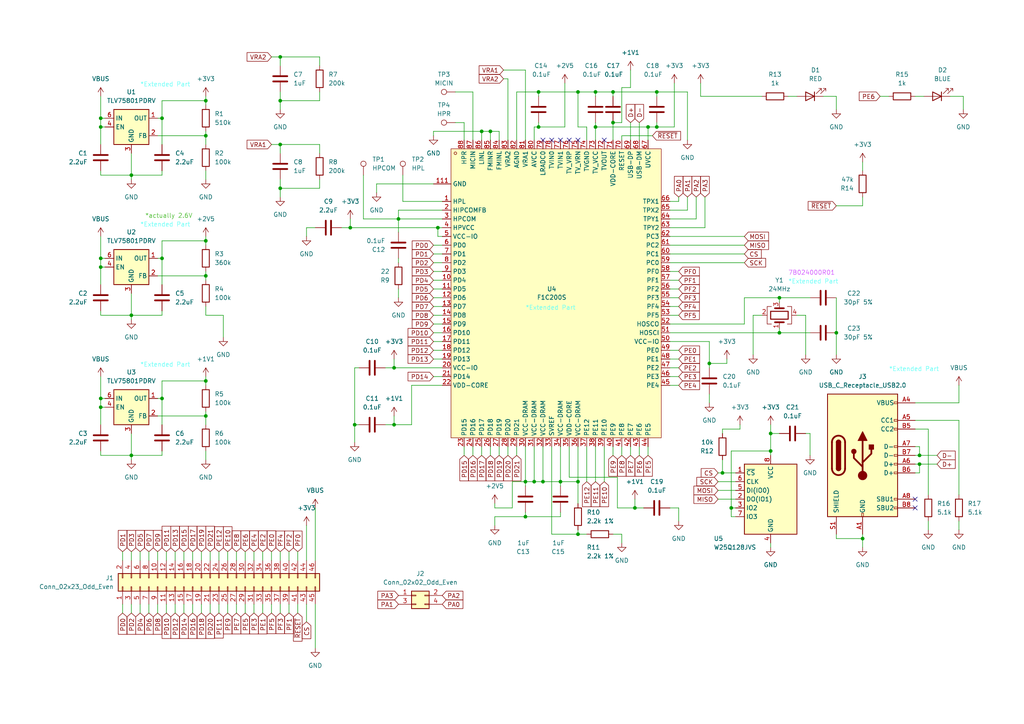
<source format=kicad_sch>
(kicad_sch (version 20230121) (generator eeschema)
  (paper "A4")
  (junction (at 38.1 50.8))
  (junction (at 223.52 130.81))
  (junction (at 223.52 125.73))
  (junction (at 114.3 123.19))
  (junction (at 154.94 139.7))
  (junction (at 59.69 69.85))
  (junction (at 184.15 147.32))
  (junction (at 38.1 91.44))
  (junction (at 59.69 80.01))
  (junction (at 226.06 86.36))
  (junction (at 127 66.04))
  (junction (at 46.99 74.93))
  (junction (at 38.1 132.08))
  (junction (at 167.64 154.94))
  (junction (at 46.99 115.57))
  (junction (at 139.7 38.1))
  (junction (at 250.19 156.21))
  (junction (at 172.72 26.67))
  (junction (at 29.21 34.29))
  (junction (at 29.21 77.47))
  (junction (at 187.96 36.83))
  (junction (at 29.21 118.11))
  (junction (at 142.24 38.1))
  (junction (at 242.57 96.52))
  (junction (at 156.21 26.67))
  (junction (at 156.21 36.83))
  (junction (at 59.69 29.21))
  (junction (at 81.28 41.91))
  (junction (at 29.21 74.93))
  (junction (at 81.28 54.61))
  (junction (at 205.74 105.41))
  (junction (at 167.64 139.7))
  (junction (at 152.4 139.7))
  (junction (at 266.7 132.08))
  (junction (at 102.87 123.19))
  (junction (at 157.48 139.7))
  (junction (at 172.72 36.83))
  (junction (at 59.69 39.37))
  (junction (at 46.99 34.29))
  (junction (at 29.21 115.57))
  (junction (at 115.57 63.5))
  (junction (at 190.5 36.83))
  (junction (at 212.09 147.32))
  (junction (at 29.21 36.83))
  (junction (at 114.3 106.68))
  (junction (at 162.56 139.7))
  (junction (at 81.28 29.21))
  (junction (at 177.8 26.67))
  (junction (at 190.5 26.67))
  (junction (at 59.69 110.49))
  (junction (at 152.4 149.86))
  (junction (at 209.55 137.16))
  (junction (at 167.64 26.67))
  (junction (at 59.69 120.65))
  (junction (at 81.28 16.51))
  (junction (at 177.8 35.56))
  (junction (at 226.06 96.52))
  (junction (at 266.7 134.62))
  (junction (at 101.6 66.04))
  (no_connect (at 162.56 40.64))
  (no_connect (at 167.64 40.64))
  (no_connect (at 265.43 147.32))
  (no_connect (at 157.48 40.64))
  (no_connect (at 175.26 40.64))
  (no_connect (at 265.43 144.78))
  (no_connect (at 165.1 40.64))
  (no_connect (at 160.02 40.64))
  (wire (pts (xy 160.02 154.94) (xy 167.64 154.94)))
  (wire (pts (xy 175.26 129.54) (xy 175.26 139.7)))
  (wire (pts (xy 102.87 106.68) (xy 102.87 123.19)))
  (wire (pts (xy 92.71 29.21) (xy 81.28 29.21)))
  (wire (pts (xy 233.68 125.73) (xy 234.95 125.73)))
  (wire (pts (xy 214.63 124.46) (xy 209.55 124.46)))
  (wire (pts (xy 152.4 148.59) (xy 152.4 149.86)))
  (wire (pts (xy 142.24 38.1) (xy 139.7 38.1)))
  (wire (pts (xy 92.71 52.07) (xy 92.71 54.61)))
  (wire (pts (xy 152.4 129.54) (xy 152.4 139.7)))
  (wire (pts (xy 265.43 124.46) (xy 269.24 124.46)))
  (wire (pts (xy 184.15 147.32) (xy 186.69 147.32)))
  (wire (pts (xy 29.21 74.93) (xy 29.21 68.58)))
  (wire (pts (xy 213.36 149.86) (xy 212.09 149.86)))
  (wire (pts (xy 45.72 115.57) (xy 46.99 115.57)))
  (wire (pts (xy 190.5 36.83) (xy 195.58 36.83)))
  (wire (pts (xy 226.06 95.25) (xy 226.06 96.52)))
  (wire (pts (xy 115.57 60.96) (xy 128.27 60.96)))
  (wire (pts (xy 101.6 66.04) (xy 127 66.04)))
  (wire (pts (xy 29.21 77.47) (xy 29.21 74.93)))
  (wire (pts (xy 59.69 110.49) (xy 59.69 111.76)))
  (wire (pts (xy 29.21 77.47) (xy 30.48 77.47)))
  (wire (pts (xy 71.12 175.26) (xy 71.12 177.8)))
  (wire (pts (xy 55.88 160.02) (xy 55.88 162.56)))
  (wire (pts (xy 45.72 160.02) (xy 45.72 162.56)))
  (wire (pts (xy 212.09 149.86) (xy 212.09 147.32)))
  (wire (pts (xy 194.31 73.66) (xy 215.9 73.66)))
  (wire (pts (xy 194.31 111.76) (xy 196.85 111.76)))
  (wire (pts (xy 180.34 25.4) (xy 182.88 25.4)))
  (wire (pts (xy 46.99 69.85) (xy 59.69 69.85)))
  (wire (pts (xy 43.18 160.02) (xy 43.18 162.56)))
  (wire (pts (xy 226.06 96.52) (xy 234.95 96.52)))
  (wire (pts (xy 194.31 109.22) (xy 196.85 109.22)))
  (wire (pts (xy 194.31 81.28) (xy 196.85 81.28)))
  (wire (pts (xy 185.42 35.56) (xy 185.42 40.64)))
  (wire (pts (xy 194.31 88.9) (xy 196.85 88.9)))
  (wire (pts (xy 127 66.04) (xy 127 68.58)))
  (wire (pts (xy 45.72 74.93) (xy 46.99 74.93)))
  (wire (pts (xy 165.1 138.43) (xy 179.07 138.43)))
  (wire (pts (xy 212.09 130.81) (xy 223.52 130.81)))
  (wire (pts (xy 59.69 130.81) (xy 59.69 133.35)))
  (wire (pts (xy 194.31 99.06) (xy 205.74 99.06)))
  (wire (pts (xy 134.62 129.54) (xy 134.62 132.08)))
  (wire (pts (xy 128.27 68.58) (xy 127 68.58)))
  (wire (pts (xy 119.38 123.19) (xy 114.3 123.19)))
  (wire (pts (xy 59.69 39.37) (xy 59.69 38.1)))
  (wire (pts (xy 167.64 26.67) (xy 172.72 26.67)))
  (wire (pts (xy 172.72 36.83) (xy 172.72 40.64)))
  (wire (pts (xy 115.57 60.96) (xy 115.57 63.5)))
  (wire (pts (xy 29.21 132.08) (xy 38.1 132.08)))
  (wire (pts (xy 71.12 160.02) (xy 71.12 162.56)))
  (wire (pts (xy 242.57 96.52) (xy 242.57 102.87)))
  (wire (pts (xy 194.31 78.74) (xy 196.85 78.74)))
  (wire (pts (xy 73.66 160.02) (xy 73.66 162.56)))
  (wire (pts (xy 125.73 101.6) (xy 128.27 101.6)))
  (wire (pts (xy 172.72 35.56) (xy 172.72 36.83)))
  (wire (pts (xy 144.78 129.54) (xy 144.78 132.08)))
  (wire (pts (xy 214.63 123.19) (xy 214.63 124.46)))
  (wire (pts (xy 180.34 129.54) (xy 180.34 132.08)))
  (wire (pts (xy 125.73 91.44) (xy 128.27 91.44)))
  (wire (pts (xy 208.28 137.16) (xy 209.55 137.16)))
  (wire (pts (xy 162.56 129.54) (xy 162.56 139.7)))
  (wire (pts (xy 55.88 175.26) (xy 55.88 177.8)))
  (wire (pts (xy 160.02 129.54) (xy 160.02 154.94)))
  (wire (pts (xy 194.31 104.14) (xy 196.85 104.14)))
  (wire (pts (xy 59.69 29.21) (xy 59.69 30.48)))
  (wire (pts (xy 40.64 175.26) (xy 40.64 177.8)))
  (wire (pts (xy 228.6 27.94) (xy 231.14 27.94)))
  (wire (pts (xy 88.9 66.04) (xy 88.9 68.58)))
  (wire (pts (xy 35.56 175.26) (xy 35.56 177.8)))
  (wire (pts (xy 149.86 26.67) (xy 156.21 26.67)))
  (wire (pts (xy 45.72 175.26) (xy 45.72 177.8)))
  (wire (pts (xy 250.19 46.99) (xy 250.19 49.53)))
  (wire (pts (xy 165.1 129.54) (xy 165.1 138.43)))
  (wire (pts (xy 139.7 129.54) (xy 139.7 132.08)))
  (wire (pts (xy 59.69 27.94) (xy 59.69 29.21)))
  (wire (pts (xy 83.82 175.26) (xy 83.82 177.8)))
  (wire (pts (xy 242.57 156.21) (xy 250.19 156.21)))
  (wire (pts (xy 68.58 160.02) (xy 68.58 162.56)))
  (wire (pts (xy 194.31 147.32) (xy 196.85 147.32)))
  (wire (pts (xy 215.9 86.36) (xy 215.9 93.98)))
  (wire (pts (xy 115.57 83.82) (xy 115.57 86.36)))
  (wire (pts (xy 199.39 26.67) (xy 199.39 40.64)))
  (wire (pts (xy 234.95 125.73) (xy 234.95 132.08)))
  (wire (pts (xy 156.21 26.67) (xy 156.21 27.94)))
  (wire (pts (xy 125.73 38.1) (xy 139.7 38.1)))
  (wire (pts (xy 38.1 50.8) (xy 38.1 52.07)))
  (wire (pts (xy 38.1 132.08) (xy 38.1 133.35)))
  (wire (pts (xy 60.96 175.26) (xy 60.96 177.8)))
  (wire (pts (xy 194.31 106.68) (xy 196.85 106.68)))
  (wire (pts (xy 38.1 125.73) (xy 38.1 132.08)))
  (wire (pts (xy 91.44 66.04) (xy 88.9 66.04)))
  (wire (pts (xy 242.57 27.94) (xy 242.57 31.75)))
  (wire (pts (xy 279.4 27.94) (xy 279.4 31.75)))
  (wire (pts (xy 209.55 133.35) (xy 209.55 137.16)))
  (wire (pts (xy 134.62 35.56) (xy 134.62 40.64)))
  (wire (pts (xy 149.86 129.54) (xy 149.86 132.08)))
  (wire (pts (xy 132.08 35.56) (xy 134.62 35.56)))
  (wire (pts (xy 46.99 49.53) (xy 46.99 50.8)))
  (wire (pts (xy 105.41 63.5) (xy 115.57 63.5)))
  (wire (pts (xy 189.23 39.37) (xy 180.34 39.37)))
  (wire (pts (xy 187.96 36.83) (xy 187.96 40.64)))
  (wire (pts (xy 180.34 25.4) (xy 180.34 35.56)))
  (wire (pts (xy 196.85 147.32) (xy 196.85 151.13)))
  (wire (pts (xy 50.8 160.02) (xy 50.8 162.56)))
  (wire (pts (xy 144.78 38.1) (xy 142.24 38.1)))
  (wire (pts (xy 187.96 36.83) (xy 190.5 36.83)))
  (wire (pts (xy 234.95 86.36) (xy 226.06 86.36)))
  (wire (pts (xy 109.22 53.34) (xy 109.22 55.88)))
  (wire (pts (xy 177.8 129.54) (xy 177.8 132.08)))
  (wire (pts (xy 190.5 26.67) (xy 190.5 27.94)))
  (wire (pts (xy 111.76 123.19) (xy 114.3 123.19)))
  (wire (pts (xy 43.18 175.26) (xy 43.18 177.8)))
  (wire (pts (xy 196.85 57.15) (xy 196.85 58.42)))
  (wire (pts (xy 180.34 39.37) (xy 180.34 40.64)))
  (wire (pts (xy 50.8 175.26) (xy 50.8 177.8)))
  (wire (pts (xy 177.8 26.67) (xy 177.8 27.94)))
  (wire (pts (xy 194.31 91.44) (xy 196.85 91.44)))
  (wire (pts (xy 278.13 121.92) (xy 278.13 143.51)))
  (wire (pts (xy 115.57 63.5) (xy 128.27 63.5)))
  (wire (pts (xy 115.57 74.93) (xy 115.57 76.2)))
  (wire (pts (xy 194.31 93.98) (xy 215.9 93.98)))
  (wire (pts (xy 53.34 175.26) (xy 53.34 177.8)))
  (wire (pts (xy 81.28 52.07) (xy 81.28 54.61)))
  (wire (pts (xy 147.32 129.54) (xy 147.32 132.08)))
  (wire (pts (xy 29.21 50.8) (xy 38.1 50.8)))
  (wire (pts (xy 184.15 144.78) (xy 184.15 147.32)))
  (wire (pts (xy 143.51 149.86) (xy 152.4 149.86)))
  (wire (pts (xy 184.15 147.32) (xy 179.07 147.32)))
  (wire (pts (xy 76.2 175.26) (xy 76.2 177.8)))
  (wire (pts (xy 177.8 26.67) (xy 190.5 26.67)))
  (wire (pts (xy 187.96 129.54) (xy 187.96 132.08)))
  (wire (pts (xy 194.31 60.96) (xy 199.39 60.96)))
  (wire (pts (xy 63.5 160.02) (xy 63.5 162.56)))
  (wire (pts (xy 59.69 39.37) (xy 59.69 41.91)))
  (wire (pts (xy 46.99 74.93) (xy 46.99 82.55)))
  (wire (pts (xy 81.28 29.21) (xy 81.28 31.75)))
  (wire (pts (xy 125.73 73.66) (xy 128.27 73.66)))
  (wire (pts (xy 58.42 175.26) (xy 58.42 177.8)))
  (wire (pts (xy 269.24 124.46) (xy 269.24 143.51)))
  (wire (pts (xy 46.99 130.81) (xy 46.99 132.08)))
  (wire (pts (xy 215.9 86.36) (xy 226.06 86.36)))
  (wire (pts (xy 157.48 139.7) (xy 162.56 139.7)))
  (wire (pts (xy 137.16 129.54) (xy 137.16 132.08)))
  (wire (pts (xy 167.64 36.83) (xy 167.64 26.67)))
  (wire (pts (xy 137.16 26.67) (xy 137.16 40.64)))
  (wire (pts (xy 38.1 91.44) (xy 38.1 92.71)))
  (wire (pts (xy 242.57 154.94) (xy 242.57 156.21)))
  (wire (pts (xy 59.69 68.58) (xy 59.69 69.85)))
  (wire (pts (xy 76.2 160.02) (xy 76.2 162.56)))
  (wire (pts (xy 38.1 44.45) (xy 38.1 50.8)))
  (wire (pts (xy 132.08 26.67) (xy 137.16 26.67)))
  (wire (pts (xy 29.21 34.29) (xy 29.21 27.94)))
  (wire (pts (xy 29.21 36.83) (xy 29.21 34.29)))
  (wire (pts (xy 194.31 63.5) (xy 201.93 63.5)))
  (wire (pts (xy 226.06 86.36) (xy 226.06 87.63)))
  (wire (pts (xy 29.21 34.29) (xy 30.48 34.29)))
  (wire (pts (xy 203.2 27.94) (xy 203.2 24.13)))
  (wire (pts (xy 114.3 104.14) (xy 114.3 106.68)))
  (wire (pts (xy 152.4 20.32) (xy 152.4 40.64)))
  (wire (pts (xy 210.82 104.14) (xy 210.82 105.41)))
  (wire (pts (xy 190.5 35.56) (xy 190.5 36.83)))
  (wire (pts (xy 195.58 24.13) (xy 195.58 36.83)))
  (wire (pts (xy 199.39 57.15) (xy 199.39 60.96)))
  (wire (pts (xy 125.73 71.12) (xy 128.27 71.12)))
  (wire (pts (xy 102.87 123.19) (xy 102.87 128.27)))
  (wire (pts (xy 92.71 54.61) (xy 81.28 54.61)))
  (wire (pts (xy 167.64 153.67) (xy 167.64 154.94)))
  (wire (pts (xy 167.64 139.7) (xy 167.64 146.05)))
  (wire (pts (xy 223.52 125.73) (xy 226.06 125.73)))
  (wire (pts (xy 114.3 106.68) (xy 128.27 106.68)))
  (wire (pts (xy 194.31 68.58) (xy 215.9 68.58)))
  (wire (pts (xy 278.13 116.84) (xy 278.13 111.76)))
  (wire (pts (xy 208.28 144.78) (xy 213.36 144.78)))
  (wire (pts (xy 266.7 132.08) (xy 271.78 132.08)))
  (wire (pts (xy 114.3 120.65) (xy 114.3 123.19)))
  (wire (pts (xy 125.73 104.14) (xy 128.27 104.14)))
  (wire (pts (xy 205.74 105.41) (xy 205.74 106.68)))
  (wire (pts (xy 35.56 160.02) (xy 35.56 162.56)))
  (wire (pts (xy 125.73 78.74) (xy 128.27 78.74)))
  (wire (pts (xy 205.74 114.3) (xy 205.74 116.84)))
  (wire (pts (xy 46.99 29.21) (xy 46.99 34.29)))
  (wire (pts (xy 265.43 137.16) (xy 266.7 137.16)))
  (wire (pts (xy 59.69 109.22) (xy 59.69 110.49)))
  (wire (pts (xy 59.69 49.53) (xy 59.69 52.07)))
  (wire (pts (xy 238.76 27.94) (xy 242.57 27.94)))
  (wire (pts (xy 220.98 91.44) (xy 218.44 91.44)))
  (wire (pts (xy 162.56 149.86) (xy 162.56 148.59)))
  (wire (pts (xy 250.19 154.94) (xy 250.19 156.21)))
  (wire (pts (xy 66.04 175.26) (xy 66.04 177.8)))
  (wire (pts (xy 46.99 34.29) (xy 46.99 41.91)))
  (wire (pts (xy 209.55 124.46) (xy 209.55 125.73)))
  (wire (pts (xy 29.21 77.47) (xy 29.21 82.55)))
  (wire (pts (xy 250.19 156.21) (xy 250.19 158.75)))
  (wire (pts (xy 125.73 76.2) (xy 128.27 76.2)))
  (wire (pts (xy 128.27 58.42) (xy 116.84 58.42)))
  (wire (pts (xy 29.21 118.11) (xy 29.21 115.57)))
  (wire (pts (xy 182.88 25.4) (xy 182.88 20.32)))
  (wire (pts (xy 180.34 35.56) (xy 177.8 35.56)))
  (wire (pts (xy 208.28 142.24) (xy 213.36 142.24)))
  (wire (pts (xy 149.86 26.67) (xy 149.86 40.64)))
  (wire (pts (xy 101.6 63.5) (xy 101.6 66.04)))
  (wire (pts (xy 194.31 66.04) (xy 204.47 66.04)))
  (wire (pts (xy 172.72 36.83) (xy 187.96 36.83)))
  (wire (pts (xy 163.83 36.83) (xy 156.21 36.83)))
  (wire (pts (xy 154.94 36.83) (xy 154.94 40.64)))
  (wire (pts (xy 265.43 121.92) (xy 278.13 121.92)))
  (wire (pts (xy 212.09 147.32) (xy 212.09 130.81)))
  (wire (pts (xy 177.8 35.56) (xy 177.8 40.64)))
  (wire (pts (xy 194.31 71.12) (xy 215.9 71.12)))
  (wire (pts (xy 29.21 49.53) (xy 29.21 50.8)))
  (wire (pts (xy 59.69 81.28) (xy 59.69 80.01)))
  (wire (pts (xy 64.77 91.44) (xy 64.77 97.79)))
  (wire (pts (xy 86.36 160.02) (xy 86.36 162.56)))
  (wire (pts (xy 194.31 101.6) (xy 196.85 101.6)))
  (wire (pts (xy 29.21 118.11) (xy 30.48 118.11)))
  (wire (pts (xy 46.99 115.57) (xy 46.99 123.19)))
  (wire (pts (xy 144.78 40.64) (xy 144.78 38.1)))
  (wire (pts (xy 154.94 139.7) (xy 157.48 139.7)))
  (wire (pts (xy 102.87 123.19) (xy 104.14 123.19)))
  (wire (pts (xy 46.99 91.44) (xy 38.1 91.44)))
  (wire (pts (xy 116.84 58.42) (xy 116.84 50.8)))
  (wire (pts (xy 68.58 175.26) (xy 68.58 177.8)))
  (wire (pts (xy 46.99 90.17) (xy 46.99 91.44)))
  (wire (pts (xy 233.68 91.44) (xy 231.14 91.44)))
  (wire (pts (xy 156.21 36.83) (xy 154.94 36.83)))
  (wire (pts (xy 63.5 175.26) (xy 63.5 177.8)))
  (wire (pts (xy 59.69 80.01) (xy 59.69 78.74)))
  (wire (pts (xy 143.51 147.32) (xy 148.59 147.32)))
  (wire (pts (xy 88.9 152.4) (xy 88.9 162.56)))
  (wire (pts (xy 170.18 36.83) (xy 170.18 40.64)))
  (wire (pts (xy 223.52 158.75) (xy 223.52 157.48)))
  (wire (pts (xy 194.31 83.82) (xy 196.85 83.82)))
  (wire (pts (xy 48.26 160.02) (xy 48.26 162.56)))
  (wire (pts (xy 81.28 41.91) (xy 92.71 41.91)))
  (wire (pts (xy 29.21 115.57) (xy 30.48 115.57)))
  (wire (pts (xy 46.99 50.8) (xy 38.1 50.8)))
  (wire (pts (xy 59.69 88.9) (xy 59.69 91.44)))
  (wire (pts (xy 78.74 41.91) (xy 81.28 41.91)))
  (wire (pts (xy 172.72 27.94) (xy 172.72 26.67)))
  (wire (pts (xy 46.99 132.08) (xy 38.1 132.08)))
  (wire (pts (xy 46.99 110.49) (xy 46.99 115.57)))
  (wire (pts (xy 66.04 160.02) (xy 66.04 162.56)))
  (wire (pts (xy 125.73 81.28) (xy 128.27 81.28)))
  (wire (pts (xy 59.69 69.85) (xy 59.69 71.12)))
  (wire (pts (xy 58.42 160.02) (xy 58.42 162.56)))
  (wire (pts (xy 167.64 129.54) (xy 167.64 139.7)))
  (wire (pts (xy 128.27 111.76) (xy 119.38 111.76)))
  (wire (pts (xy 105.41 50.8) (xy 105.41 63.5)))
  (wire (pts (xy 45.72 80.01) (xy 59.69 80.01)))
  (wire (pts (xy 154.94 129.54) (xy 154.94 139.7)))
  (wire (pts (xy 213.36 147.32) (xy 212.09 147.32)))
  (wire (pts (xy 185.42 129.54) (xy 185.42 132.08)))
  (wire (pts (xy 38.1 160.02) (xy 38.1 162.56)))
  (wire (pts (xy 177.8 154.94) (xy 180.34 154.94)))
  (wire (pts (xy 170.18 36.83) (xy 167.64 36.83)))
  (wire (pts (xy 78.74 160.02) (xy 78.74 162.56)))
  (wire (pts (xy 78.74 175.26) (xy 78.74 177.8)))
  (wire (pts (xy 194.31 96.52) (xy 226.06 96.52)))
  (wire (pts (xy 92.71 26.67) (xy 92.71 29.21)))
  (wire (pts (xy 125.73 109.22) (xy 128.27 109.22)))
  (wire (pts (xy 46.99 29.21) (xy 59.69 29.21)))
  (wire (pts (xy 147.32 40.64) (xy 147.32 22.86)))
  (wire (pts (xy 81.28 54.61) (xy 81.28 57.15)))
  (wire (pts (xy 142.24 129.54) (xy 142.24 132.08)))
  (wire (pts (xy 255.27 27.94) (xy 257.81 27.94)))
  (wire (pts (xy 125.73 93.98) (xy 128.27 93.98)))
  (wire (pts (xy 250.19 57.15) (xy 250.19 59.69)))
  (wire (pts (xy 157.48 129.54) (xy 157.48 139.7)))
  (wire (pts (xy 29.21 130.81) (xy 29.21 132.08)))
  (wire (pts (xy 125.73 88.9) (xy 128.27 88.9)))
  (wire (pts (xy 128.27 66.04) (xy 127 66.04)))
  (wire (pts (xy 201.93 57.15) (xy 201.93 63.5)))
  (wire (pts (xy 46.99 110.49) (xy 59.69 110.49)))
  (wire (pts (xy 266.7 129.54) (xy 266.7 132.08)))
  (wire (pts (xy 111.76 106.68) (xy 114.3 106.68)))
  (wire (pts (xy 29.21 115.57) (xy 29.21 109.22)))
  (wire (pts (xy 81.28 16.51) (xy 81.28 19.05)))
  (wire (pts (xy 152.4 139.7) (xy 152.4 140.97)))
  (wire (pts (xy 92.71 41.91) (xy 92.71 44.45)))
  (wire (pts (xy 156.21 35.56) (xy 156.21 36.83)))
  (wire (pts (xy 125.73 99.06) (xy 128.27 99.06)))
  (wire (pts (xy 278.13 151.13) (xy 278.13 153.67)))
  (wire (pts (xy 218.44 91.44) (xy 218.44 102.87)))
  (wire (pts (xy 167.64 154.94) (xy 170.18 154.94)))
  (wire (pts (xy 83.82 160.02) (xy 83.82 162.56)))
  (wire (pts (xy 204.47 57.15) (xy 204.47 66.04)))
  (wire (pts (xy 143.51 152.4) (xy 143.51 149.86)))
  (wire (pts (xy 194.31 86.36) (xy 196.85 86.36)))
  (wire (pts (xy 59.69 91.44) (xy 64.77 91.44)))
  (wire (pts (xy 266.7 134.62) (xy 271.78 134.62)))
  (wire (pts (xy 48.26 175.26) (xy 48.26 177.8)))
  (wire (pts (xy 109.22 53.34) (xy 125.73 53.34)))
  (wire (pts (xy 266.7 137.16) (xy 266.7 134.62)))
  (wire (pts (xy 162.56 139.7) (xy 162.56 140.97)))
  (wire (pts (xy 38.1 175.26) (xy 38.1 177.8)))
  (wire (pts (xy 194.31 76.2) (xy 215.9 76.2)))
  (wire (pts (xy 209.55 137.16) (xy 213.36 137.16)))
  (wire (pts (xy 223.52 130.81) (xy 223.52 132.08)))
  (wire (pts (xy 152.4 139.7) (xy 154.94 139.7)))
  (wire (pts (xy 139.7 38.1) (xy 139.7 40.64)))
  (wire (pts (xy 163.83 24.13) (xy 163.83 36.83)))
  (wire (pts (xy 29.21 118.11) (xy 29.21 123.19)))
  (wire (pts (xy 182.88 35.56) (xy 182.88 40.64)))
  (wire (pts (xy 172.72 129.54) (xy 172.72 139.7)))
  (wire (pts (xy 194.31 58.42) (xy 196.85 58.42)))
  (wire (pts (xy 203.2 27.94) (xy 220.98 27.94)))
  (wire (pts (xy 172.72 26.67) (xy 177.8 26.67)))
  (wire (pts (xy 242.57 59.69) (xy 250.19 59.69)))
  (wire (pts (xy 275.59 27.94) (xy 279.4 27.94)))
  (wire (pts (xy 45.72 120.65) (xy 59.69 120.65)))
  (wire (pts (xy 125.73 96.52) (xy 128.27 96.52)))
  (wire (pts (xy 29.21 74.93) (xy 30.48 74.93)))
  (wire (pts (xy 265.43 134.62) (xy 266.7 134.62)))
  (wire (pts (xy 265.43 27.94) (xy 267.97 27.94)))
  (wire (pts (xy 45.72 39.37) (xy 59.69 39.37)))
  (wire (pts (xy 265.43 129.54) (xy 266.7 129.54)))
  (wire (pts (xy 45.72 34.29) (xy 46.99 34.29)))
  (wire (pts (xy 233.68 91.44) (xy 233.68 102.87)))
  (wire (pts (xy 91.44 175.26) (xy 91.44 187.96)))
  (wire (pts (xy 115.57 63.5) (xy 115.57 67.31)))
  (wire (pts (xy 73.66 175.26) (xy 73.66 177.8)))
  (wire (pts (xy 190.5 26.67) (xy 199.39 26.67)))
  (wire (pts (xy 92.71 16.51) (xy 92.71 19.05)))
  (wire (pts (xy 269.24 151.13) (xy 269.24 153.67)))
  (wire (pts (xy 59.69 120.65) (xy 59.69 123.19)))
  (wire (pts (xy 99.06 66.04) (xy 101.6 66.04)))
  (wire (pts (xy 148.59 139.7) (xy 152.4 139.7)))
  (wire (pts (xy 143.51 146.05) (xy 143.51 147.32)))
  (wire (pts (xy 81.28 175.26) (xy 81.28 177.8)))
  (wire (pts (xy 223.52 123.19) (xy 223.52 125.73)))
  (wire (pts (xy 265.43 132.08) (xy 266.7 132.08)))
  (wire (pts (xy 38.1 85.09) (xy 38.1 91.44)))
  (wire (pts (xy 29.21 36.83) (xy 30.48 36.83)))
  (wire (pts (xy 29.21 90.17) (xy 29.21 91.44)))
  (wire (pts (xy 46.99 69.85) (xy 46.99 74.93)))
  (wire (pts (xy 88.9 175.26) (xy 88.9 180.34)))
  (wire (pts (xy 59.69 120.65) (xy 59.69 119.38)))
  (wire (pts (xy 156.21 26.67) (xy 167.64 26.67)))
  (wire (pts (xy 119.38 111.76) (xy 119.38 123.19)))
  (wire (pts (xy 180.34 154.94) (xy 180.34 157.48)))
  (wire (pts (xy 81.28 16.51) (xy 92.71 16.51)))
  (wire (pts (xy 205.74 99.06) (xy 205.74 105.41)))
  (wire (pts (xy 60.96 160.02) (xy 60.96 162.56)))
  (wire (pts (xy 40.64 160.02) (xy 40.64 162.56)))
  (wire (pts (xy 102.87 106.68) (xy 104.14 106.68)))
  (wire (pts (xy 78.74 16.51) (xy 81.28 16.51)))
  (wire (pts (xy 125.73 86.36) (xy 128.27 86.36)))
  (wire (pts (xy 210.82 105.41) (xy 205.74 105.41)))
  (wire (pts (xy 81.28 41.91) (xy 81.28 44.45)))
  (wire (pts (xy 208.28 139.7) (xy 213.36 139.7)))
  (wire (pts (xy 242.57 86.36) (xy 242.57 96.52)))
  (wire (pts (xy 125.73 38.1) (xy 125.73 39.37)))
  (wire (pts (xy 81.28 160.02) (xy 81.28 162.56)))
  (wire (pts (xy 91.44 147.32) (xy 91.44 162.56)))
  (wire (pts (xy 125.73 83.82) (xy 128.27 83.82)))
  (wire (pts (xy 167.64 139.7) (xy 162.56 139.7)))
  (wire (pts (xy 29.21 36.83) (xy 29.21 41.91)))
  (wire (pts (xy 170.18 129.54) (xy 170.18 139.7)))
  (wire (pts (xy 179.07 138.43) (xy 179.07 147.32)))
  (wire (pts (xy 53.34 160.02) (xy 53.34 162.56)))
  (wire (pts (xy 147.32 22.86) (xy 146.05 22.86)))
  (wire (pts (xy 152.4 149.86) (xy 162.56 149.86)))
  (wire (pts (xy 148.59 147.32) (xy 148.59 139.7)))
  (wire (pts (xy 223.52 125.73) (xy 223.52 130.81)))
  (wire (pts (xy 182.88 129.54) (xy 182.88 132.08)))
  (wire (pts (xy 152.4 20.32) (xy 146.05 20.32)))
  (wire (pts (xy 29.21 91.44) (xy 38.1 91.44)))
  (wire (pts (xy 265.43 116.84) (xy 278.13 116.84)))
  (wire (pts (xy 142.24 40.64) (xy 142.24 38.1)))
  (wire (pts (xy 81.28 26.67) (xy 81.28 29.21)))
  (wire (pts (xy 86.36 175.26) (xy 86.36 177.8)))
  (text "*Extended Part" (at 257.81 107.95 0) (effects (font (size 1.27 1.27)) (justify left bottom)))
  (text "*Extended Part" (at 228.6 82.55 0) (effects (font (size 1.27 1.27)) (justify left bottom)))
  (text "*Extended Part" (at 152.4 90.17 0) (effects (font (size 1.27 1.27)) (justify left bottom)))
  (text "7B024000R01" (at 228.6 80.01 0) (effects (font (size 1.27 1.27)) (justify left bottom)))
  (text "*Extended Part" (at 40.64 106.68 0) (effects (font (size 1.27 1.27)) (justify left bottom)))
  (text "*Extended Part" (at 40.64 66.04 0) (effects (font (size 1.27 1.27)) (justify left bottom)))
  (text "*Extended Part" (at 40.64 25.4 0) (effects (font (size 1.27 1.27)) (justify left bottom)))
  (text "*actually 2.6V" (at 55.88 63.5 0) (effects (font (size 1.27 1.27)) (justify right bottom)))
  (global_label "VRA1" (shape input) (at 78.74 41.91 180) (property "Intersheetrefs" "${INTERSHEET_REFS}" (effects hide)))
  (global_label "PE5" (shape input) (at 187.96 132.08 270) (property "Intersheetrefs" "${INTERSHEET_REFS}" (effects hide)))
  (global_label "VRA2" (shape input) (at 146.05 22.86 180) (property "Intersheetrefs" "${INTERSHEET_REFS}" (effects hide)))
  (global_label "PD0" (shape input) (at 125.73 71.12 180) (property "Intersheetrefs" "${INTERSHEET_REFS}" (effects hide)))
  (global_label "PD17" (shape input) (at 139.7 132.08 270) (property "Intersheetrefs" "${INTERSHEET_REFS}" (effects hide)))
  (global_label "PE1" (shape input) (at 76.2 177.8 270) (property "Intersheetrefs" "${INTERSHEET_REFS}" (effects hide)))
  (global_label "PA1" (shape input) (at 199.39 57.15 90) (property "Intersheetrefs" "${INTERSHEET_REFS}" (effects hide)))
  (global_label "PD20" (shape input) (at 147.32 132.08 270) (property "Intersheetrefs" "${INTERSHEET_REFS}" (effects hide)))
  (global_label "SCK" (shape input) (at 208.28 139.7 180) (property "Intersheetrefs" "${INTERSHEET_REFS}" (effects hide)))
  (global_label "PE6" (shape input) (at 185.42 132.08 270) (property "Intersheetrefs" "${INTERSHEET_REFS}" (effects hide)))
  (global_label "PD3" (shape input) (at 125.73 78.74 180) (property "Intersheetrefs" "${INTERSHEET_REFS}" (effects hide)))
  (global_label "PD1" (shape input) (at 35.56 160.02 90) (property "Intersheetrefs" "${INTERSHEET_REFS}" (effects hide)))
  (global_label "PD21" (shape input) (at 60.96 160.02 90) (property "Intersheetrefs" "${INTERSHEET_REFS}" (effects hide)))
  (global_label "PF2" (shape input) (at 196.85 83.82 0) (property "Intersheetrefs" "${INTERSHEET_REFS}" (effects hide)))
  (global_label "SCK" (shape input) (at 215.9 76.2 0) (property "Intersheetrefs" "${INTERSHEET_REFS}" (effects hide)))
  (global_label "PD4" (shape input) (at 40.64 177.8 270) (property "Intersheetrefs" "${INTERSHEET_REFS}" (effects hide)))
  (global_label "PD8" (shape input) (at 125.73 91.44 180) (property "Intersheetrefs" "${INTERSHEET_REFS}" (effects hide)))
  (global_label "PD14" (shape input) (at 125.73 109.22 180) (property "Intersheetrefs" "${INTERSHEET_REFS}" (effects hide)))
  (global_label "CS" (shape input) (at 215.9 73.66 0) (property "Intersheetrefs" "${INTERSHEET_REFS}" (effects hide)))
  (global_label "MOSI" (shape input) (at 215.9 68.58 0) (property "Intersheetrefs" "${INTERSHEET_REFS}" (effects hide)))
  (global_label "PD16" (shape input) (at 137.16 132.08 270) (property "Intersheetrefs" "${INTERSHEET_REFS}" (effects hide)))
  (global_label "PA2" (shape input) (at 201.93 57.15 90) (property "Intersheetrefs" "${INTERSHEET_REFS}" (effects hide)))
  (global_label "PE6" (shape input) (at 255.27 27.94 180) (property "Intersheetrefs" "${INTERSHEET_REFS}" (effects hide)))
  (global_label "PD7" (shape input) (at 125.73 88.9 180) (property "Intersheetrefs" "${INTERSHEET_REFS}" (effects hide)))
  (global_label "PD14" (shape input) (at 53.34 177.8 270) (property "Intersheetrefs" "${INTERSHEET_REFS}" (effects hide)))
  (global_label "PF0" (shape input) (at 86.36 160.02 90) (property "Intersheetrefs" "${INTERSHEET_REFS}" (effects hide)))
  (global_label "PD18" (shape input) (at 142.24 132.08 270) (property "Intersheetrefs" "${INTERSHEET_REFS}" (effects hide)))
  (global_label "PD10" (shape input) (at 125.73 96.52 180) (property "Intersheetrefs" "${INTERSHEET_REFS}" (effects hide)))
  (global_label "D-" (shape input) (at 185.42 35.56 90) (property "Intersheetrefs" "${INTERSHEET_REFS}" (effects hide)))
  (global_label "PA2" (shape input) (at 128.27 172.72 0) (property "Intersheetrefs" "${INTERSHEET_REFS}" (effects hide)))
  (global_label "PF3" (shape input) (at 196.85 86.36 0) (property "Intersheetrefs" "${INTERSHEET_REFS}" (effects hide)))
  (global_label "MISO" (shape input) (at 208.28 144.78 180) (property "Intersheetrefs" "${INTERSHEET_REFS}" (effects hide)))
  (global_label "PD5" (shape input) (at 40.64 160.02 90) (property "Intersheetrefs" "${INTERSHEET_REFS}" (effects hide)))
  (global_label "VRA1" (shape input) (at 146.05 20.32 180) (property "Intersheetrefs" "${INTERSHEET_REFS}" (effects hide)))
  (global_label "PD7" (shape input) (at 43.18 160.02 90) (property "Intersheetrefs" "${INTERSHEET_REFS}" (effects hide)))
  (global_label "PD2" (shape input) (at 125.73 76.2 180) (property "Intersheetrefs" "${INTERSHEET_REFS}" (effects hide)))
  (global_label "PA0" (shape input) (at 196.85 57.15 90) (property "Intersheetrefs" "${INTERSHEET_REFS}" (effects hide)))
  (global_label "VRA2" (shape input) (at 78.74 16.51 180) (property "Intersheetrefs" "${INTERSHEET_REFS}" (effects hide)))
  (global_label "PE8" (shape input) (at 68.58 160.02 90) (property "Intersheetrefs" "${INTERSHEET_REFS}" (effects hide)))
  (global_label "PE5" (shape input) (at 71.12 177.8 270) (property "Intersheetrefs" "${INTERSHEET_REFS}" (effects hide)))
  (global_label "MISO" (shape input) (at 215.9 71.12 0) (property "Intersheetrefs" "${INTERSHEET_REFS}" (effects hide)))
  (global_label "PA1" (shape input) (at 115.57 175.26 180) (property "Intersheetrefs" "${INTERSHEET_REFS}" (effects hide)))
  (global_label "D-" (shape input) (at 271.78 132.08 0) (property "Intersheetrefs" "${INTERSHEET_REFS}" (effects hide)))
  (global_label "PD4" (shape input) (at 125.73 81.28 180) (property "Intersheetrefs" "${INTERSHEET_REFS}" (effects hide)))
  (global_label "~{RESET}" (shape input) (at 86.36 177.8 270) (property "Intersheetrefs" "${INTERSHEET_REFS}" (effects hide)))
  (global_label "PE8" (shape input) (at 180.34 132.08 270) (property "Intersheetrefs" "${INTERSHEET_REFS}" (effects hide)))
  (global_label "MOSI" (shape input) (at 208.28 142.24 180) (property "Intersheetrefs" "${INTERSHEET_REFS}" (effects hide)))
  (global_label "PD3" (shape input) (at 38.1 160.02 90) (property "Intersheetrefs" "${INTERSHEET_REFS}" (effects hide)))
  (global_label "PD9" (shape input) (at 45.72 160.02 90) (property "Intersheetrefs" "${INTERSHEET_REFS}" (effects hide)))
  (global_label "PD5" (shape input) (at 125.73 83.82 180) (property "Intersheetrefs" "${INTERSHEET_REFS}" (effects hide)))
  (global_label "PE10" (shape input) (at 175.26 139.7 270) (property "Intersheetrefs" "${INTERSHEET_REFS}" (effects hide)))
  (global_label "PF5" (shape input) (at 196.85 91.44 0) (property "Intersheetrefs" "${INTERSHEET_REFS}" (effects hide)))
  (global_label "PE7" (shape input) (at 182.88 132.08 270) (property "Intersheetrefs" "${INTERSHEET_REFS}" (effects hide)))
  (global_label "D+" (shape input) (at 271.78 134.62 0) (property "Intersheetrefs" "${INTERSHEET_REFS}" (effects hide)))
  (global_label "PF4" (shape input) (at 196.85 88.9 0) (property "Intersheetrefs" "${INTERSHEET_REFS}" (effects hide)))
  (global_label "PF1" (shape input) (at 196.85 81.28 0) (property "Intersheetrefs" "${INTERSHEET_REFS}" (effects hide)))
  (global_label "CS" (shape input) (at 208.28 137.16 180) (property "Intersheetrefs" "${INTERSHEET_REFS}" (effects hide)))
  (global_label "PD0" (shape input) (at 35.56 177.8 270) (property "Intersheetrefs" "${INTERSHEET_REFS}" (effects hide)))
  (global_label "PE4" (shape input) (at 196.85 111.76 0) (property "Intersheetrefs" "${INTERSHEET_REFS}" (effects hide)))
  (global_label "PD16" (shape input) (at 55.88 177.8 270) (property "Intersheetrefs" "${INTERSHEET_REFS}" (effects hide)))
  (global_label "PE7" (shape input) (at 68.58 177.8 270) (property "Intersheetrefs" "${INTERSHEET_REFS}" (effects hide)))
  (global_label "PD15" (shape input) (at 53.34 160.02 90) (property "Intersheetrefs" "${INTERSHEET_REFS}" (effects hide)))
  (global_label "PD17" (shape input) (at 55.88 160.02 90) (property "Intersheetrefs" "${INTERSHEET_REFS}" (effects hide)))
  (global_label "PD10" (shape input) (at 48.26 177.8 270) (property "Intersheetrefs" "${INTERSHEET_REFS}" (effects hide)))
  (global_label "PD6" (shape input) (at 43.18 177.8 270) (property "Intersheetrefs" "${INTERSHEET_REFS}" (effects hide)))
  (global_label "PF0" (shape input) (at 196.85 78.74 0) (property "Intersheetrefs" "${INTERSHEET_REFS}" (effects hide)))
  (global_label "PD13" (shape input) (at 50.8 160.02 90) (property "Intersheetrefs" "${INTERSHEET_REFS}" (effects hide)))
  (global_label "PF1" (shape input) (at 83.82 177.8 270) (property "Intersheetrefs" "${INTERSHEET_REFS}" (effects hide)))
  (global_label "PD19" (shape input) (at 58.42 160.02 90) (property "Intersheetrefs" "${INTERSHEET_REFS}" (effects hide)))
  (global_label "PE3" (shape input) (at 73.66 177.8 270) (property "Intersheetrefs" "${INTERSHEET_REFS}" (effects hide)))
  (global_label "PD18" (shape input) (at 58.42 177.8 270) (property "Intersheetrefs" "${INTERSHEET_REFS}" (effects hide)))
  (global_label "PF3" (shape input) (at 81.28 177.8 270) (property "Intersheetrefs" "${INTERSHEET_REFS}" (effects hide)))
  (global_label "PD11" (shape input) (at 48.26 160.02 90) (property "Intersheetrefs" "${INTERSHEET_REFS}" (effects hide)))
  (global_label "PE2" (shape input) (at 76.2 160.02 90) (property "Intersheetrefs" "${INTERSHEET_REFS}" (effects hide)))
  (global_label "D+" (shape input) (at 182.88 35.56 90) (property "Intersheetrefs" "${INTERSHEET_REFS}" (effects hide)))
  (global_label "PE9" (shape input) (at 177.8 132.08 270) (property "Intersheetrefs" "${INTERSHEET_REFS}" (effects hide)))
  (global_label "PD15" (shape input) (at 134.62 132.08 270) (property "Intersheetrefs" "${INTERSHEET_REFS}" (effects hide)))
  (global_label "PD8" (shape input) (at 45.72 177.8 270) (property "Intersheetrefs" "${INTERSHEET_REFS}" (effects hide)))
  (global_label "PD9" (shape input) (at 125.73 93.98 180) (property "Intersheetrefs" "${INTERSHEET_REFS}" (effects hide)))
  (global_label "PD20" (shape input) (at 60.96 177.8 270) (property "Intersheetrefs" "${INTERSHEET_REFS}" (effects hide)))
  (global_label "PD12" (shape input) (at 50.8 177.8 270) (property "Intersheetrefs" "${INTERSHEET_REFS}" (effects hide)))
  (global_label "PD6" (shape input) (at 125.73 86.36 180) (property "Intersheetrefs" "${INTERSHEET_REFS}" (effects hide)))
  (global_label "PF5" (shape input) (at 78.74 177.8 270) (property "Intersheetrefs" "${INTERSHEET_REFS}" (effects hide)))
  (global_label "PD21" (shape input) (at 149.86 132.08 270) (property "Intersheetrefs" "${INTERSHEET_REFS}" (effects hide)))
  (global_label "PE11" (shape input) (at 172.72 139.7 270) (property "Intersheetrefs" "${INTERSHEET_REFS}" (effects hide)))
  (global_label "PD2" (shape input) (at 38.1 177.8 270) (property "Intersheetrefs" "${INTERSHEET_REFS}" (effects hide)))
  (global_label "PE12" (shape input) (at 63.5 160.02 90) (property "Intersheetrefs" "${INTERSHEET_REFS}" (effects hide)))
  (global_label "PE0" (shape input) (at 196.85 101.6 0) (property "Intersheetrefs" "${INTERSHEET_REFS}" (effects hide)))
  (global_label "PD19" (shape input) (at 144.78 132.08 270) (property "Intersheetrefs" "${INTERSHEET_REFS}" (effects hide)))
  (global_label "PA0" (shape input) (at 128.27 175.26 0) (property "Intersheetrefs" "${INTERSHEET_REFS}" (effects hide)))
  (global_label "PA3" (shape input) (at 115.57 172.72 180) (property "Intersheetrefs" "${INTERSHEET_REFS}" (effects hide)))
  (global_label "PE12" (shape input) (at 170.18 139.7 270) (property "Intersheetrefs" "${INTERSHEET_REFS}" (effects hide)))
  (global_label "PD1" (shape input) (at 125.73 73.66 180) (property "Intersheetrefs" "${INTERSHEET_REFS}" (effects hide)))
  (global_label "PD11" (shape input) (at 125.73 99.06 180) (property "Intersheetrefs" "${INTERSHEET_REFS}" (effects hide)))
  (global_label "PE3" (shape input) (at 196.85 109.22 0) (property "Intersheetrefs" "${INTERSHEET_REFS}" (effects hide)))
  (global_label "~{RESET}" (shape input) (at 242.57 59.69 180) (property "Intersheetrefs" "${INTERSHEET_REFS}" (effects hide)))
  (global_label "PE9" (shape input) (at 66.04 177.8 270) (property "Intersheetrefs" "${INTERSHEET_REFS}" (effects hide)))
  (global_label "PE0" (shape input) (at 78.74 160.02 90) (property "Intersheetrefs" "${INTERSHEET_REFS}" (effects hide)))
  (global_label "~{RESET}" (shape input) (at 189.23 39.37 0) (property "Intersheetrefs" "${INTERSHEET_REFS}" (effects hide)))
  (global_label "PE1" (shape input) (at 196.85 104.14 0) (property "Intersheetrefs" "${INTERSHEET_REFS}" (effects hide)))
  (global_label "PD12" (shape input) (at 125.73 101.6 180) (property "Intersheetrefs" "${INTERSHEET_REFS}" (effects hide)))
  (global_label "PE6" (shape input) (at 71.12 160.02 90) (property "Intersheetrefs" "${INTERSHEET_REFS}" (effects hide)))
  (global_label "PE2" (shape input) (at 196.85 106.68 0) (property "Intersheetrefs" "${INTERSHEET_REFS}" (effects hide)))
  (global_label "PF4" (shape input) (at 81.28 160.02 90) (property "Intersheetrefs" "${INTERSHEET_REFS}" (effects hide)))
  (global_label "CS" (shape input) (at 88.9 180.34 270) (property "Intersheetrefs" "${INTERSHEET_REFS}" (effects hide)))
  (global_label "PD13" (shape input) (at 125.73 104.14 180) (property "Intersheetrefs" "${INTERSHEET_REFS}" (effects hide)))
  (global_label "PE11" (shape input) (at 63.5 177.8 270) (property "Intersheetrefs" "${INTERSHEET_REFS}" (effects hide)))
  (global_label "PF2" (shape input) (at 83.82 160.02 90) (property "Intersheetrefs" "${INTERSHEET_REFS}" (effects hide)))
  (global_label "PA3" (shape input) (at 204.47 57.15 90) (property "Intersheetrefs" "${INTERSHEET_REFS}" (effects hide)))
  (global_label "PE10" (shape input) (at 66.04 160.02 90) (property "Intersheetrefs" "${INTERSHEET_REFS}" (effects hide)))
  (global_label "PE4" (shape input) (at 73.66 160.02 90) (property "Intersheetrefs" "${INTERSHEET_REFS}" (effects hide)))
  (symbol (lib_id "power:GND") (at 64.77 97.79 0) (unit 1)
    (property "Reference" "#PWR012" (effects hide))
    (property "Value" "GND" (at 64.77 102.87 0))
  )
  (symbol (lib_id "power:GND") (at 250.19 158.75 0) (unit 1)
    (property "Reference" "#PWR047" (effects hide))
    (property "Value" "GND" (at 250.19 163.83 0))
  )
  (symbol (lib_id "power:+2V5") (at 143.51 146.05 0) (unit 1)
    (property "Reference" "#PWR026" (effects hide))
    (property "Value" "+2V5" (at 143.51 140.97 0))
  )
  (symbol (lib_id "Device:C") (at 177.8 31.75 180) (unit 1)
    (property "Reference" "C17" (at 175.895 19.05 0) (effects (justify right)))
    (property "Value" "0.1uF" (at 175.26 21.59 0) (effects (justify right)))
    (property "Footprint" "Capacitor_SMD:C_0402_1005Metric" (effects hide))
    (property "LCSC Part" "C307331" (effects hide))
  )
  (symbol (lib_id "power:+1V1") (at 184.15 144.78 0) (unit 1)
    (property "Reference" "#PWR031" (effects hide))
    (property "Value" "+1V1" (at 184.15 139.7 0))
  )
  (symbol (lib_id "power:+1V1") (at 59.69 109.22 0) (unit 1)
    (property "Reference" "#PWR010" (effects hide))
    (property "Value" "+1V1" (at 59.69 104.14 0))
  )
  (symbol (lib_id "power:GND") (at 218.44 102.87 0) (unit 1)
    (property "Reference" "#PWR039" (effects hide))
    (property "Value" "GND" (at 218.44 107.95 0))
  )
  (symbol (lib_id "Device:R") (at 269.24 147.32 180) (unit 1)
    (property "Reference" "R16" (at 271.78 146.05 0) (effects (justify right)))
    (property "Value" "5.1k" (at 271.78 148.59 0) (effects (justify right)))
    (property "Footprint" "Resistor_SMD:R_0402_1005Metric" (effects hide))
    (property "LCSC Part" "C25905" (effects hide))
  )
  (symbol (lib_id "Device:C") (at 152.4 144.78 0) (unit 1)
    (property "Reference" "C13" (at 153.67 160.02 0) (effects (justify right)))
    (property "Value" "1uF" (at 153.67 157.48 0) (effects (justify right)))
    (property "Footprint" "Capacitor_SMD:C_0402_1005Metric" (effects hide))
    (property "LCSC Part" "C52923" (effects hide))
  )
  (symbol (lib_id "Device:R") (at 59.69 85.09 0) (unit 1)
    (property "Reference" "R4" (at 62.23 83.82 0) (effects (justify left)))
    (property "Value" "100k" (at 62.23 86.36 0) (effects (justify left)))
    (property "Footprint" "Resistor_SMD:R_0402_1005Metric" (effects hide))
    (property "LCSC Part" "C25741" (effects hide))
  )
  (symbol (lib_id "power:+2V5") (at 59.69 68.58 0) (unit 1)
    (property "Reference" "#PWR09" (effects hide))
    (property "Value" "+2V5" (at 59.69 63.5 0))
  )
  (symbol (lib_id "Device:LED") (at 271.78 27.94 180) (unit 1)
    (property "Reference" "D2" (at 273.3675 20.32 0))
    (property "Value" "BLUE" (at 273.3675 22.86 0))
    (property "Footprint" "LED_SMD:LED_0603_1608Metric" (effects hide))
    (property "LCSC Part" "C72041" (effects hide))
  )
  (symbol (lib_id "power:GND") (at 242.57 102.87 0) (unit 1)
    (property "Reference" "#PWR045" (effects hide))
    (property "Value" "GND" (at 242.57 107.95 0))
  )
  (symbol (lib_id "power:GND") (at 180.34 157.48 0) (unit 1)
    (property "Reference" "#PWR029" (effects hide))
    (property "Value" "GND" (at 180.34 162.56 0))
  )
  (symbol (lib_id "Device:C") (at 172.72 31.75 180) (unit 1)
    (property "Reference" "C16" (at 169.545 19.05 0) (effects (justify right)))
    (property "Value" "0.1uF" (at 168.91 21.59 0) (effects (justify right)))
    (property "Footprint" "Capacitor_SMD:C_0402_1005Metric" (effects hide))
    (property "LCSC Part" "C307331" (effects hide))
  )
  (symbol (lib_id "power:+1V1") (at 182.88 20.32 0) (unit 1)
    (property "Reference" "#PWR030" (effects hide))
    (property "Value" "+1V1" (at 182.88 15.24 0))
  )
  (symbol (lib_id "power:+1V1") (at 114.3 120.65 0) (unit 1)
    (property "Reference" "#PWR023" (effects hide))
    (property "Value" "+1V1" (at 114.3 115.57 0))
  )
  (symbol (lib_id "power:GND") (at 59.69 133.35 0) (unit 1)
    (property "Reference" "#PWR011" (effects hide))
    (property "Value" "GND" (at 59.69 138.43 0))
  )
  (symbol (lib_id "Device:C") (at 205.74 110.49 180) (unit 1)
    (property "Reference" "C20" (at 209.55 109.22 0) (effects (justify right)))
    (property "Value" "0.1uF" (at 209.55 111.76 0) (effects (justify right)))
    (property "Footprint" "Capacitor_SMD:C_0402_1005Metric" (effects hide))
    (property "LCSC Part" "C307331" (effects hide))
  )
  (symbol (lib_id "power:GND") (at 125.73 39.37 0) (unit 1)
    (property "Reference" "#PWR025" (effects hide))
    (property "Value" "GND" (at 125.73 44.45 0))
  )
  (symbol (lib_id "Device:R") (at 59.69 74.93 0) (unit 1)
    (property "Reference" "R3" (at 62.23 73.66 0) (effects (justify left)))
    (property "Value" "360k" (at 62.23 76.2 0) (effects (justify left)))
    (property "Footprint" "Resistor_SMD:R_0603_1608Metric" (effects hide))
    (property "LCSC Part" "C23146" (effects hide))
  )
  (symbol (lib_id "power:GND") (at 199.39 40.64 0) (unit 1)
    (property "Reference" "#PWR034" (effects hide))
    (property "Value" "GND" (at 199.39 45.72 0))
  )
  (symbol (lib_id "Device:C") (at 190.5 147.32 90) (unit 1)
    (property "Reference" "C19" (at 190.5 139.7 90))
    (property "Value" "0.1uF" (at 190.5 142.24 90))
    (property "Footprint" "Capacitor_SMD:C_0402_1005Metric" (effects hide))
    (property "LCSC Part" "C307331" (effects hide))
  )
  (symbol (lib_id "f1c200s:F1C200S") (at 160.02 85.09 0) (unit 1)
    (property "Reference" "U4" (at 160.02 83.82 0))
    (property "Value" "F1C200S" (at 160.02 86.2583 0))
    (property "Footprint" "f1c200s:QFN-88_L10.0-W10.0-P0.40-BL-EP6.75" (effects hide))
    (property "Manufacturer" "Allwinner(全志)" (effects hide))
    (property "LCSC Part" "C2879851" (effects hide))
    (property "JLC Part" "Extended Part" (effects hide))
  )
  (symbol (lib_id "power:GND") (at 234.95 132.08 0) (unit 1)
    (property "Reference" "#PWR043" (effects hide))
    (property "Value" "GND" (at 234.95 137.16 0))
  )
  (symbol (lib_id "Device:C") (at 46.99 127 0) (unit 1)
    (property "Reference" "C6" (at 50.8 125.73 0) (effects (justify left)))
    (property "Value" "2.2uF" (at 50.8 128.27 0) (effects (justify left)))
    (property "Footprint" "Capacitor_SMD:C_0603_1608Metric" (effects hide))
    (property "LCSC Part" "C23630" (effects hide))
  )
  (symbol (lib_id "Device:R") (at 250.19 53.34 0) (unit 1)
    (property "Reference" "R14" (at 247.65 54.61 0) (effects (justify right)))
    (property "Value" "47k" (at 247.65 52.07 0) (effects (justify right)))
    (property "Footprint" "Resistor_SMD:R_0402_1005Metric" (effects hide))
    (property "LCSC Part" "C25792" (effects hide))
  )
  (symbol (lib_id "Device:R") (at 59.69 45.72 0) (unit 1)
    (property "Reference" "R2" (at 62.23 44.45 0) (effects (justify left)))
    (property "Value" "100k" (at 62.23 46.99 0) (effects (justify left)))
    (property "Footprint" "Resistor_SMD:R_0402_1005Metric" (effects hide))
    (property "LCSC Part" "C25741" (effects hide))
  )
  (symbol (lib_id "Device:C") (at 107.95 106.68 90) (unit 1)
    (property "Reference" "C10" (at 107.95 99.06 90))
    (property "Value" "0.1uF" (at 107.95 101.6 90))
    (property "Footprint" "Capacitor_SMD:C_0402_1005Metric" (effects hide))
    (property "LCSC Part" "C307331" (effects hide))
  )
  (symbol (lib_id "power:+3V3") (at 114.3 104.14 0) (unit 1)
    (property "Reference" "#PWR022" (effects hide))
    (property "Value" "+3V3" (at 114.3 99.06 0))
  )
  (symbol (lib_id "power:+3V3") (at 214.63 123.19 0) (unit 1)
    (property "Reference" "#PWR038" (effects hide))
    (property "Value" "+3V3" (at 214.63 118.11 0))
  )
  (symbol (lib_id "power:+3V3") (at 203.2 24.13 0) (unit 1)
    (property "Reference" "#PWR035" (effects hide))
    (property "Value" "+3V3" (at 203.2 19.05 0))
  )
  (symbol (lib_id "Connector:TestPoint") (at 105.41 50.8 0) (unit 1)
    (property "Reference" "TP1" (at 107.95 46.228 0) (effects (justify left)))
    (property "Value" "HPCOM" (at 107.95 48.768 0) (effects (justify left)))
    (property "Footprint" "TestPoint:TestPoint_Pad_D2.0mm" (effects hide))
  )
  (symbol (lib_id "Device:C") (at 238.76 86.36 90) (unit 1)
    (property "Reference" "C22" (at 247.65 85.09 90))
    (property "Value" "30pF 5%" (at 248.92 87.63 90))
    (property "Footprint" "Capacitor_SMD:C_0402_1005Metric" (effects hide))
    (property "LCSC Part" "C1570" (effects hide))
  )
  (symbol (lib_id "Device:LED") (at 234.95 27.94 180) (unit 1)
    (property "Reference" "D1" (at 236.5375 20.32 0))
    (property "Value" "RED" (at 236.5375 22.86 0))
    (property "Footprint" "LED_SMD:LED_0603_1608Metric" (effects hide))
    (property "LCSC Part" "C2286" (effects hide))
  )
  (symbol (lib_id "Connector:TestPoint") (at 132.08 26.67 90) (unit 1)
    (property "Reference" "TP3" (at 128.778 21.59 90))
    (property "Value" "MICIN" (at 128.778 24.13 90))
    (property "Footprint" "TestPoint:TestPoint_Pad_D2.0mm" (effects hide))
  )
  (symbol (lib_id "Device:C") (at 162.56 144.78 0) (unit 1)
    (property "Reference" "C15" (at 163.83 160.02 0) (effects (justify right)))
    (property "Value" "1uF" (at 163.83 157.48 0) (effects (justify right)))
    (property "Footprint" "Capacitor_SMD:C_0402_1005Metric" (effects hide))
    (property "LCSC Part" "C52923" (effects hide))
  )
  (symbol (lib_id "Device:Crystal_GND24") (at 226.06 91.44 90) (unit 1)
    (property "Reference" "Y1" (at 226.06 81.28 90))
    (property "Value" "24MHz" (at 226.06 83.82 90))
    (property "Footprint" "Crystal:Crystal_SMD_3225-4Pin_3.2x2.5mm" (effects hide))
    (property "LCSC Part" "C654992" (effects hide))
  )
  (symbol (lib_id "Device:C") (at 156.21 31.75 180) (unit 1)
    (property "Reference" "C14" (at 154.94 19.05 0) (effects (justify right)))
    (property "Value" "0.1uF" (at 154.305 21.59 0) (effects (justify right)))
    (property "Footprint" "Capacitor_SMD:C_0402_1005Metric" (effects hide))
    (property "LCSC Part" "C307331" (effects hide))
  )
  (symbol (lib_id "power:GND") (at 279.4 31.75 0) (unit 1)
    (property "Reference" "#PWR051" (effects hide))
    (property "Value" "GND" (at 279.4 36.83 0))
  )
  (symbol (lib_id "Connector_Generic:Conn_02x02_Odd_Even") (at 120.65 172.72 0) (unit 1)
    (property "Reference" "J2" (at 121.92 166.37 0))
    (property "Value" "Conn_02x02_Odd_Even" (at 121.92 168.91 0))
    (property "Footprint" "Connector_PinHeader_2.54mm:PinHeader_2x02_P2.54mm_Vertical" (effects hide))
  )
  (symbol (lib_id "Device:C") (at 29.21 127 0) (unit 1)
    (property "Reference" "C3" (at 25.4 125.73 0) (effects (justify right)))
    (property "Value" "2.2uF" (at 25.4 128.27 0) (effects (justify right)))
    (property "Footprint" "Capacitor_SMD:C_0603_1608Metric" (effects hide))
    (property "LCSC Part" "C23630" (effects hide))
  )
  (symbol (lib_id "Device:R") (at 115.57 80.01 0) (unit 1)
    (property "Reference" "R9" (at 113.03 81.28 0) (effects (justify right)))
    (property "Value" "22" (at 113.03 78.74 0) (effects (justify right)))
    (property "Footprint" "Resistor_SMD:R_0402_1005Metric" (effects hide))
    (property "LCSC Part" "C25092" (effects hide))
  )
  (symbol (lib_id "Memory_Flash:W25Q128JVS") (at 223.52 144.78 0) (unit 1)
    (property "Reference" "U5" (at 207.01 156.21 0) (effects (justify left)))
    (property "Value" "W25Q128JVS" (at 207.01 158.75 0) (effects (justify left)))
    (property "Footprint" "Package_SO:SOIC-8_5.23x5.23mm_P1.27mm" (effects hide))
    (property "Datasheet" "http://www.winbond.com/resource-files/w25q128jv_dtr%20revc%2003272018%20plus.pdf" (effects hide))
    (property "LCSC Part" "C97521" (effects hide))
  )
  (symbol (lib_id "power:+3V3") (at 88.9 152.4 0) (unit 1)
    (property "Reference" "#PWR016" (effects hide))
    (property "Value" "+3V3" (at 88.9 147.32 0))
  )
  (symbol (lib_id "power:+3V3") (at 195.58 24.13 0) (unit 1)
    (property "Reference" "#PWR032" (effects hide))
    (property "Value" "+3V3" (at 195.58 19.05 0))
  )
  (symbol (lib_id "Device:C") (at 190.5 31.75 180) (unit 1)
    (property "Reference" "C18" (at 187.325 19.05 0) (effects (justify right)))
    (property "Value" "0.1uF" (at 186.69 21.59 0) (effects (justify right)))
    (property "Footprint" "Capacitor_SMD:C_0402_1005Metric" (effects hide))
    (property "LCSC Part" "C307331" (effects hide))
  )
  (symbol (lib_id "power:GND") (at 91.44 187.96 0) (unit 1)
    (property "Reference" "#PWR018" (effects hide))
    (property "Value" "GND" (at 91.44 193.04 0))
  )
  (symbol (lib_id "Device:R") (at 261.62 27.94 90) (unit 1)
    (property "Reference" "R15" (at 261.62 21.59 90))
    (property "Value" "1k" (at 261.62 24.13 90))
    (property "Footprint" "Resistor_SMD:R_0402_1005Metric" (effects hide))
    (property "LCSC Part" "C11702" (effects hide))
  )
  (symbol (lib_id "power:GND") (at 81.28 31.75 0) (unit 1)
    (property "Reference" "#PWR013" (effects hide))
    (property "Value" "GND" (at 81.28 36.83 0))
  )
  (symbol (lib_id "Connector:USB_C_Receptacle_USB2.0") (at 250.19 132.08 0) (unit 1)
    (property "Reference" "J3" (at 250.19 109.22 0))
    (property "Value" "USB_C_Receptacle_USB2.0" (at 250.19 111.76 0))
    (property "Footprint" "Connector_USB:USB_C_Receptacle_G-Switch_GT-USB-7010ASV" (effects hide))
    (property "Datasheet" "https://www.usb.org/sites/default/files/documents/usb_type-c.zip" (effects hide))
    (property "LCSC Part" "C2988369" (effects hide))
  )
  (symbol (lib_id "power:GND") (at 38.1 92.71 0) (unit 1)
    (property "Reference" "#PWR05" (effects hide))
    (property "Value" "GND" (at 38.1 97.79 0))
  )
  (symbol (lib_id "power:VBUS") (at 29.21 68.58 0) (unit 1)
    (property "Reference" "#PWR02" (effects hide))
    (property "Value" "VBUS" (at 29.21 63.5 0))
  )
  (symbol (lib_id "power:GND") (at 233.68 102.87 0) (unit 1)
    (property "Reference" "#PWR042" (effects hide))
    (property "Value" "GND" (at 233.68 107.95 0))
  )
  (symbol (lib_id "power:GND") (at 81.28 57.15 0) (unit 1)
    (property "Reference" "#PWR014" (effects hide))
    (property "Value" "GND" (at 81.28 62.23 0))
  )
  (symbol (lib_id "power:GND") (at 242.57 31.75 0) (unit 1)
    (property "Reference" "#PWR044" (effects hide))
    (property "Value" "GND" (at 242.57 36.83 0))
  )
  (symbol (lib_id "Device:R") (at 167.64 149.86 0) (unit 1)
    (property "Reference" "R10" (at 170.18 148.59 0) (effects (justify left)))
    (property "Value" "2.2k 1%" (at 170.18 151.13 0) (effects (justify left)))
    (property "Footprint" "Resistor_SMD:R_0402_1005Metric" (effects hide))
    (property "LCSC Part" "C25879" (effects hide))
  )
  (symbol (lib_id "Device:R") (at 59.69 34.29 0) (unit 1)
    (property "Reference" "R1" (at 62.23 33.02 0) (effects (justify left)))
    (property "Value" "510k" (at 62.23 35.56 0) (effects (justify left)))
    (property "Footprint" "Resistor_SMD:R_0402_1005Metric" (effects hide))
    (property "LCSC Part" "C11616" (effects hide))
  )
  (symbol (lib_id "Connector:TestPoint") (at 116.84 50.8 0) (unit 1)
    (property "Reference" "TP2" (at 119.38 46.228 0) (effects (justify left)))
    (property "Value" "HPL" (at 119.38 48.768 0) (effects (justify left)))
    (property "Footprint" "TestPoint:TestPoint_Pad_D2.0mm" (effects hide))
  )
  (symbol (lib_id "Device:C") (at 81.28 48.26 0) (unit 1)
    (property "Reference" "C8" (at 85.09 46.99 0) (effects (justify left)))
    (property "Value" "1uF" (at 85.09 49.53 0) (effects (justify left)))
    (property "Footprint" "Capacitor_SMD:C_0402_1005Metric" (effects hide))
    (property "LCSC Part" "C52923" (effects hide))
  )
  (symbol (lib_id "power:GND") (at 115.57 86.36 0) (unit 1)
    (property "Reference" "#PWR024" (effects hide))
    (property "Value" "GND" (at 115.57 91.44 0))
  )
  (symbol (lib_id "Device:C") (at 46.99 86.36 0) (unit 1)
    (property "Reference" "C5" (at 50.8 85.09 0) (effects (justify left)))
    (property "Value" "2.2uF" (at 50.8 87.63 0) (effects (justify left)))
    (property "Footprint" "Capacitor_SMD:C_0603_1608Metric" (effects hide))
    (property "LCSC Part" "C23630" (effects hide))
  )
  (symbol (lib_id "Device:C") (at 238.76 96.52 90) (unit 1)
    (property "Reference" "C23" (at 247.65 95.25 90))
    (property "Value" "30pF 5%" (at 248.92 97.79 90))
    (property "Footprint" "Capacitor_SMD:C_0402_1005Metric" (effects hide))
    (property "LCSC Part" "C1570" (effects hide))
  )
  (symbol (lib_id "Regulator_Linear:TLV75801PDRV") (at 38.1 36.83 0) (unit 1)
    (property "Reference" "U1" (at 38.1 26.67 0))
    (property "Value" "TLV75801PDRV" (at 38.1 29.21 0))
    (property "Footprint" "Package_SON:WSON-6-1EP_2x2mm_P0.65mm_EP1x1.6mm" (effects hide))
    (property "Datasheet" "https://www.ti.com/lit/ds/symlink/tlv758p.pdf" (effects hide))
    (property "LCSC Part" "C2876308" (effects hide))
  )
  (symbol (lib_id "power:+2V5") (at 163.83 24.13 0) (unit 1)
    (property "Reference" "#PWR028" (effects hide))
    (property "Value" "+2V5" (at 163.83 19.05 0))
  )
  (symbol (lib_id "Device:C") (at 81.28 22.86 0) (unit 1)
    (property "Reference" "C7" (at 85.09 21.59 0) (effects (justify left)))
    (property "Value" "1uF" (at 85.09 24.13 0) (effects (justify left)))
    (property "Footprint" "Capacitor_SMD:C_0402_1005Metric" (effects hide))
    (property "LCSC Part" "C52923" (effects hide))
  )
  (symbol (lib_id "Device:R") (at 224.79 27.94 90) (unit 1)
    (property "Reference" "R13" (at 224.79 21.59 90))
    (property "Value" "1k" (at 224.79 24.13 90))
    (property "Footprint" "Resistor_SMD:R_0402_1005Metric" (effects hide))
    (property "LCSC Part" "C11702" (effects hide))
  )
  (symbol (lib_id "Device:C") (at 95.25 66.04 90) (unit 1)
    (property "Reference" "C9" (at 95.25 58.42 90))
    (property "Value" "2.2uF" (at 95.25 60.96 90))
    (property "Footprint" "Capacitor_SMD:C_0603_1608Metric" (effects hide))
    (property "LCSC Part" "C23630" (effects hide))
  )
  (symbol (lib_id "Device:R") (at 59.69 115.57 0) (unit 1)
    (property "Reference" "R5" (at 62.23 114.3 0) (effects (justify left)))
    (property "Value" "100k" (at 62.23 116.84 0) (effects (justify left)))
    (property "Footprint" "Resistor_SMD:R_0402_1005Metric" (effects hide))
    (property "LCSC Part" "C25741" (effects hide))
  )
  (symbol (lib_id "Device:C") (at 29.21 86.36 0) (unit 1)
    (property "Reference" "C2" (at 25.4 85.09 0) (effects (justify right)))
    (property "Value" "2.2uF" (at 25.4 87.63 0) (effects (justify right)))
    (property "Footprint" "Capacitor_SMD:C_0603_1608Metric" (effects hide))
    (property "LCSC Part" "C23630" (effects hide))
  )
  (symbol (lib_id "power:GND") (at 205.74 116.84 0) (unit 1)
    (property "Reference" "#PWR036" (effects hide))
    (property "Value" "GND" (at 205.74 121.92 0))
  )
  (symbol (lib_id "power:GND") (at 269.24 153.67 0) (unit 1)
    (property "Reference" "#PWR048" (effects hide))
    (property "Value" "GND" (at 269.24 158.75 0))
  )
  (symbol (lib_id "Device:R") (at 92.71 48.26 0) (unit 1)
    (property "Reference" "R8" (at 95.25 46.99 0) (effects (justify left)))
    (property "Value" "200k" (at 95.25 49.53 0) (effects (justify left)))
    (property "Footprint" "Resistor_SMD:R_0402_1005Metric" (effects hide))
    (property "LCSC Part" "C25764" (effects hide))
  )
  (symbol (lib_id "power:VBUS") (at 278.13 111.76 0) (unit 1)
    (property "Reference" "#PWR049" (effects hide))
    (property "Value" "VBUS" (at 278.13 106.68 0))
  )
  (symbol (lib_id "Device:C") (at 29.21 45.72 0) (unit 1)
    (property "Reference" "C1" (at 25.4 44.45 0) (effects (justify right)))
    (property "Value" "2.2uF" (at 25.4 46.99 0) (effects (justify right)))
    (property "Footprint" "Capacitor_SMD:C_0603_1608Metric" (effects hide))
    (property "LCSC Part" "C23630" (effects hide))
  )
  (symbol (lib_id "Device:R") (at 278.13 147.32 180) (unit 1)
    (property "Reference" "R17" (at 280.67 146.05 0) (effects (justify right)))
    (property "Value" "5.1k" (at 280.67 148.59 0) (effects (justify right)))
    (property "Footprint" "Resistor_SMD:R_0402_1005Metric" (effects hide))
    (property "LCSC Part" "C25905" (effects hide))
  )
  (symbol (lib_id "Connector_Generic:Conn_02x23_Odd_Even") (at 63.5 170.18 90) (unit 1)
    (property "Reference" "J1" (at 33.02 167.64 90) (effects (justify left)))
    (property "Value" "Conn_02x23_Odd_Even" (at 33.02 170.18 90) (effects (justify left)))
    (property "Footprint" "Connector_PinHeader_2.54mm:PinHeader_2x23_P2.54mm_Vertical" (effects hide))
  )
  (symbol (lib_id "power:VBUS") (at 29.21 27.94 0) (unit 1)
    (property "Reference" "#PWR01" (effects hide))
    (property "Value" "VBUS" (at 29.21 22.86 0))
  )
  (symbol (lib_id "power:GND") (at 223.52 158.75 0) (unit 1)
    (property "Reference" "#PWR041" (effects hide))
    (property "Value" "GND" (at 223.52 163.83 0))
  )
  (symbol (lib_id "power:GND") (at 278.13 153.67 0) (unit 1)
    (property "Reference" "#PWR050" (effects hide))
    (property "Value" "GND" (at 278.13 158.75 0))
  )
  (symbol (lib_id "power:GND") (at 102.87 128.27 0) (unit 1)
    (property "Reference" "#PWR020" (effects hide))
    (property "Value" "GND" (at 102.87 133.35 0))
  )
  (symbol (lib_id "Connector:TestPoint") (at 132.08 35.56 90) (unit 1)
    (property "Reference" "TP4" (at 128.778 30.48 90))
    (property "Value" "HPR" (at 128.778 33.02 90))
    (property "Footprint" "TestPoint:TestPoint_Pad_D2.0mm" (effects hide))
  )
  (symbol (lib_id "power:+3V3") (at 210.82 104.14 0) (unit 1)
    (property "Reference" "#PWR037" (effects hide))
    (property "Value" "+3V3" (at 210.82 99.06 0))
  )
  (symbol (lib_id "power:VBUS") (at 91.44 147.32 0) (unit 1)
    (property "Reference" "#PWR017" (effects hide))
    (property "Value" "VBUS" (at 91.44 142.24 0))
  )
  (symbol (lib_id "power:+3V3") (at 250.19 46.99 0) (unit 1)
    (property "Reference" "#PWR046" (effects hide))
    (property "Value" "+3V3" (at 250.19 41.91 0))
  )
  (symbol (lib_id "power:+3V3") (at 101.6 63.5 0) (unit 1)
    (property "Reference" "#PWR019" (effects hide))
    (property "Value" "+3V3" (at 101.6 58.42 0))
  )
  (symbol (lib_id "power:GND") (at 59.69 52.07 0) (unit 1)
    (property "Reference" "#PWR08" (effects hide))
    (property "Value" "GND" (at 59.69 57.15 0))
  )
  (symbol (lib_id "Regulator_Linear:TLV75801PDRV") (at 38.1 77.47 0) (unit 1)
    (property "Reference" "U2" (at 38.1 67.31 0))
    (property "Value" "TLV75801PDRV" (at 38.1 69.85 0))
    (property "Footprint" "Package_SON:WSON-6-1EP_2x2mm_P0.65mm_EP1x1.6mm" (effects hide))
    (property "Datasheet" "https://www.ti.com/lit/ds/symlink/tlv758p.pdf" (effects hide))
    (property "LCSC Part" "C2876308" (effects hide))
  )
  (symbol (lib_id "power:GND") (at 38.1 52.07 0) (unit 1)
    (property "Reference" "#PWR04" (effects hide))
    (property "Value" "GND" (at 38.1 57.15 0))
  )
  (symbol (lib_id "Device:R") (at 59.69 127 0) (unit 1)
    (property "Reference" "R6" (at 62.23 125.73 0) (effects (justify left)))
    (property "Value" "100k" (at 62.23 128.27 0) (effects (justify left)))
    (property "Footprint" "Resistor_SMD:R_0402_1005Metric" (effects hide))
    (property "LCSC Part" "C25741" (effects hide))
  )
  (symbol (lib_id "Regulator_Linear:TLV75801PDRV") (at 38.1 118.11 0) (unit 1)
    (property "Reference" "U3" (at 38.1 107.95 0))
    (property "Value" "TLV75801PDRV" (at 38.1 110.49 0))
    (property "Footprint" "Package_SON:WSON-6-1EP_2x2mm_P0.65mm_EP1x1.6mm" (effects hide))
    (property "Datasheet" "https://www.ti.com/lit/ds/symlink/tlv758p.pdf" (effects hide))
    (property "LCSC Part" "C2876308" (effects hide))
  )
  (symbol (lib_id "power:VBUS") (at 29.21 109.22 0) (unit 1)
    (property "Reference" "#PWR03" (effects hide))
    (property "Value" "VBUS" (at 29.21 104.14 0))
  )
  (symbol (lib_id "power:GND") (at 88.9 68.58 0) (unit 1)
    (property "Reference" "#PWR015" (effects hide))
    (property "Value" "GND" (at 88.9 73.66 0))
  )
  (symbol (lib_id "Device:C") (at 107.95 123.19 90) (unit 1)
    (property "Reference" "C11" (at 107.95 115.57 90))
    (property "Value" "0.1uF" (at 107.95 118.11 90))
    (property "Footprint" "Capacitor_SMD:C_0402_1005Metric" (effects hide))
    (property "LCSC Part" "C307331" (effects hide))
  )
  (symbol (lib_id "power:+3V3") (at 223.52 123.19 0) (unit 1)
    (property "Reference" "#PWR040" (effects hide))
    (property "Value" "+3V3" (at 223.52 118.11 0))
  )
  (symbol (lib_id "power:GND") (at 143.51 152.4 0) (unit 1)
    (property "Reference" "#PWR027" (effects hide))
    (property "Value" "GND" (at 143.51 157.48 0))
  )
  (symbol (lib_id "Device:C") (at 229.87 125.73 270) (unit 1)
    (property "Reference" "C21" (at 229.87 118.11 90))
    (property "Value" "0.1uF" (at 229.87 120.65 90))
    (property "Footprint" "Capacitor_SMD:C_0402_1005Metric" (effects hide))
    (property "LCSC Part" "C307331" (effects hide))
  )
  (symbol (lib_id "Device:R") (at 92.71 22.86 0) (unit 1)
    (property "Reference" "R7" (at 95.25 21.59 0) (effects (justify left)))
    (property "Value" "200k" (at 95.25 24.13 0) (effects (justify left)))
    (property "Footprint" "Resistor_SMD:R_0402_1005Metric" (effects hide))
    (property "LCSC Part" "C25764" (effects hide))
  )
  (symbol (lib_id "Device:C") (at 46.99 45.72 0) (unit 1)
    (property "Reference" "C4" (at 50.8 44.45 0) (effects (justify left)))
    (property "Value" "2.2uF" (at 50.8 46.99 0) (effects (justify left)))
    (property "Footprint" "Capacitor_SMD:C_0603_1608Metric" (effects hide))
    (property "LCSC Part" "C23630" (effects hide))
  )
  (symbol (lib_id "Device:C") (at 115.57 71.12 180) (unit 1)
    (property "Reference" "C12" (at 111.76 72.39 0) (effects (justify left)))
    (property "Value" "0.1uF" (at 111.76 69.85 0) (effects (justify left)))
    (property "Footprint" "Capacitor_SMD:C_0402_1005Metric" (effects hide))
    (property "LCSC Part" "C307331" (effects hide))
  )
  (symbol (lib_id "power:GND") (at 109.22 55.88 0) (unit 1)
    (property "Reference" "#PWR021" (effects hide))
    (property "Value" "GND" (at 109.22 60.96 0))
  )
  (symbol (lib_id "power:GND") (at 38.1 133.35 0) (unit 1)
    (property "Reference" "#PWR06" (effects hide))
    (property "Value" "GND" (at 38.1 138.43 0))
  )
  (symbol (lib_id "power:+3V3") (at 59.69 27.94 0) (unit 1)
    (property "Reference" "#PWR07" (effects hide))
    (property "Value" "+3V3" (at 59.69 22.86 0))
  )
  (symbol (lib_id "power:GND") (at 196.85 151.13 0) (unit 1)
    (property "Reference" "#PWR033" (effects hide))
    (property "Value" "GND" (at 196.85 156.21 0))
  )
  (symbol (lib_id "Device:R") (at 209.55 129.54 180) (unit 1)
    (property "Reference" "R12" (at 207.01 130.81 0) (effects (justify left)))
    (property "Value" "10k" (at 207.01 128.27 0) (effects (justify left)))
    (property "Footprint" "Resistor_SMD:R_0402_1005Metric" (effects hide))
    (property "LCSC Part" "C25744" (effects hide))
  )
  (symbol (lib_id "Device:R") (at 173.99 154.94 270) (unit 1)
    (property "Reference" "R11" (at 170.18 158.75 90) (effects (justify left)))
    (property "Value" "2.2k 1%" (at 170.18 161.29 90) (effects (justify left)))
    (property "Footprint" "Resistor_SMD:R_0402_1005Metric" (effects hide))
    (property "LCSC Part" "C25879" (effects hide))
  )
)
</source>
